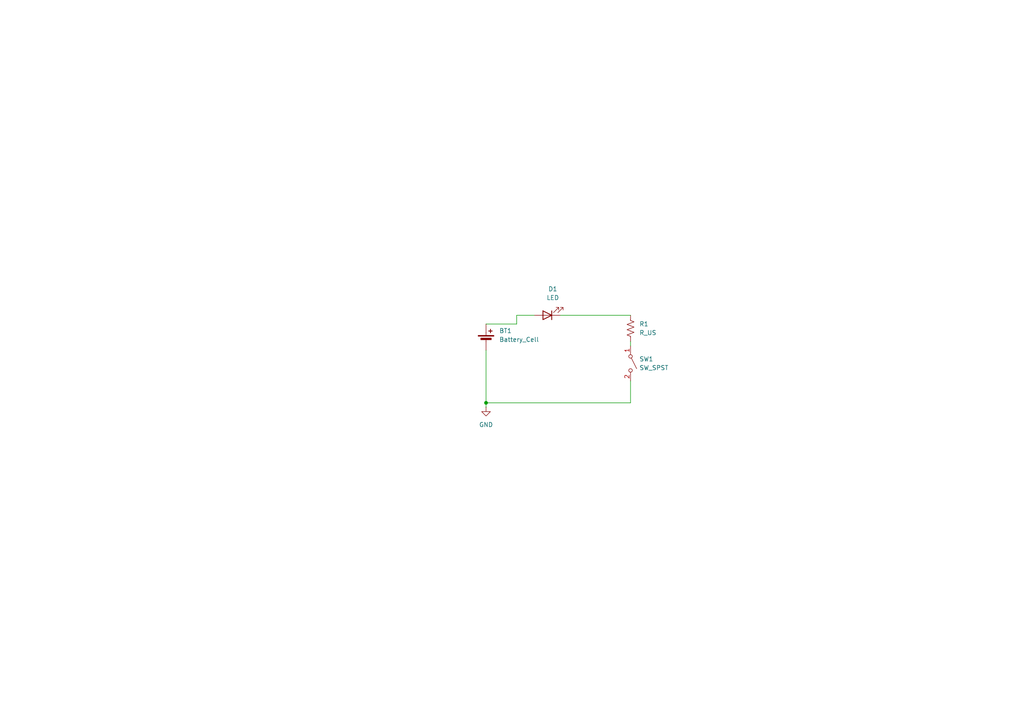
<source format=kicad_sch>
(kicad_sch (version 20231120) (generator "eeschema") (generator_version "8.0")
  (paper "A4")
  (lib_symbols
    (symbol "Device:Battery_Cell" (pin_numbers hide) (pin_names (offset 0) hide)
      (property "Reference" "BT" (at 2.54 2.54 0))
      (property "Value" "Battery_Cell" (at 2.54 0 0))
      (symbol "Battery_Cell_0_1"
        (rectangle (start -2.286 1.778) (end 2.286 1.524) (fill (type outline)))
        (rectangle (start -1.524 1.016) (end 1.524 0.508) (fill (type outline)))
        (polyline (pts (xy 0 0.762) (xy 0 0)))
        (polyline (pts (xy 0 1.778) (xy 0 2.54)))
        (polyline (pts (xy 0.762 3.048) (xy 1.778 3.048)) (stroke (width 0.254)))
        (polyline (pts (xy 1.27 3.556) (xy 1.27 2.54)) (stroke (width 0.254)))
      )
      (symbol "Battery_Cell_1_1"
        (pin passive line (at 0 5.08 270) (length 2.54) (name "+") (number "1"))
        (pin passive line (at 0 -2.54 90) (length 2.54) (name "-") (number "2"))
      )
    )
    (symbol "Device:LED" (pin_numbers hide) (pin_names (offset 1.016) hide)
      (property "Reference" "D" (at 0 2.54 0))
      (property "Value" "LED" (at 0 -2.54 0))
      (symbol "LED_0_1"
        (polyline (pts (xy -1.27 -1.27) (xy -1.27 1.27)) (stroke (width 0.254)))
        (polyline (pts (xy -1.27 0) (xy 1.27 0)))
        (polyline (pts (xy 1.27 -1.27) (xy 1.27 1.27) (xy -1.27 0) (xy 1.27 -1.27)) (stroke (width 0.254)))
        (polyline (pts (xy -3.048 -0.762) (xy -4.572 -2.286) (xy -3.81 -2.286) (xy -4.572 -2.286) (xy -4.572 -1.524)))
        (polyline (pts (xy -1.778 -0.762) (xy -3.302 -2.286) (xy -2.54 -2.286) (xy -3.302 -2.286) (xy -3.302 -1.524)))
      )
      (symbol "LED_1_1"
        (pin passive line (at -3.81 0 0) (length 2.54) (name "K") (number "1"))
        (pin passive line (at 3.81 0 180) (length 2.54) (name "A") (number "2"))
      )
    )
    (symbol "Device:R_US" (pin_numbers hide) (pin_names (offset 0))
      (property "Reference" "R" (at 2.54 0 90))
      (property "Value" "R_US" (at -2.54 0 90))
      (symbol "R_US_0_1"
        (polyline (pts (xy 0 -2.286) (xy 0 -2.54)))
        (polyline (pts (xy 0 2.286) (xy 0 2.54)))
        (polyline (pts (xy 0 -0.762) (xy 1.016 -1.143) (xy 0 -1.524) (xy -1.016 -1.905) (xy 0 -2.286)))
        (polyline (pts (xy 0 0.762) (xy 1.016 0.381) (xy 0 0) (xy -1.016 -0.381) (xy 0 -0.762)))
        (polyline (pts (xy 0 2.286) (xy 1.016 1.905) (xy 0 1.524) (xy -1.016 1.143) (xy 0 0.762)))
      )
      (symbol "R_US_1_1"
        (pin passive line (at 0 3.81 270) (length 1.27) (name "~") (number "1"))
        (pin passive line (at 0 -3.81 90) (length 1.27) (name "~") (number "2"))
      )
    )
    (symbol "Switch:SW_SPST" (pin_names (offset 0) hide)
      (property "Reference" "SW" (at 0 3.175 0))
      (property "Value" "SW_SPST" (at 0 -2.54 0))
      (symbol "SW_SPST_0_0"
        (circle (center -2.032 0) (radius 0.508))
        (polyline (pts (xy -1.524 0.254) (xy 1.524 1.778)))
        (circle (center 2.032 0) (radius 0.508))
      )
      (symbol "SW_SPST_1_1"
        (pin passive line (at -5.08 0 0) (length 2.54) (name "A") (number "1"))
        (pin passive line (at 5.08 0 180) (length 2.54) (name "B") (number "2"))
      )
    )
    (symbol "power:GND" (power) (pin_numbers hide) (pin_names (offset 0) hide)
      (property "Value" "GND" (at 0 -3.81 0))
      (symbol "GND_0_1"
        (polyline (pts (xy 0 0) (xy 0 -1.27) (xy 1.27 -1.27) (xy 0 -2.54) (xy -1.27 -1.27) (xy 0 -1.27)))
      )
      (symbol "GND_1_1"
        (pin power_in line (at 0 0 270) (length 0) (name "~") (number "1"))
      )
    )
  )
  (junction (at 140.97 116.84))
  (wire (pts (xy 149.86 93.98) (xy 149.86 91.44)))
  (wire (pts (xy 140.97 116.84) (xy 140.97 118.11)))
  (wire (pts (xy 149.86 91.44) (xy 154.94 91.44)))
  (wire (pts (xy 140.97 93.98) (xy 149.86 93.98)))
  (wire (pts (xy 182.88 110.49) (xy 182.88 116.84)))
  (wire (pts (xy 140.97 101.6) (xy 140.97 116.84)))
  (wire (pts (xy 182.88 99.06) (xy 182.88 100.33)))
  (wire (pts (xy 162.56 91.44) (xy 182.88 91.44)))
  (wire (pts (xy 140.97 116.84) (xy 182.88 116.84)))
  (symbol (lib_id "Device:LED") (at 158.75 91.44 180) (unit 1)
    (property "Reference" "D1" (at 160.3375 83.82 0))
    (property "Value" "LED" (at 160.3375 86.36 0))
    (property "Footprint" "LED_SMD:LED_2512_6332Metric" (effects (hide yes)))
    (property "Description" "Light emitting diode" (effects (hide yes)))
  )
  (symbol (lib_id "power:GND") (at 140.97 118.11 0) (unit 1)
    (property "Reference" "#PWR01" (effects (hide yes)))
    (property "Value" "GND" (at 140.97 123.19 0))
    (property "Description" "Power symbol creates a global label with name \"GND\" , ground" (effects (hide yes)))
  )
  (symbol (lib_id "Device:R_US") (at 182.88 95.25 0) (unit 1)
    (property "Reference" "R1" (at 185.42 93.9799 0) (effects (justify left)))
    (property "Value" "R_US" (at 185.42 96.5199 0) (effects (justify left)))
    (property "Footprint" "Resistor_SMD:R_2512_6332Metric" (effects (hide yes)))
    (property "Description" "Resistor, US symbol" (effects (hide yes)))
  )
  (symbol (lib_id "Device:Battery_Cell") (at 140.97 99.06 0) (unit 1)
    (property "Reference" "BT1" (at 144.78 95.9484 0) (effects (justify left)))
    (property "Value" "Battery_Cell" (at 144.78 98.4884 0) (effects (justify left)))
    (property "Footprint" "Battery:BatteryHolder_Keystone_103_1x20mm" (effects (hide yes)))
    (property "Description" "Single-cell battery" (effects (hide yes)))
  )
  (symbol (lib_id "Switch:SW_SPST") (at 182.88 105.41 270) (unit 1)
    (property "Reference" "SW1" (at 185.42 104.1399 90) (effects (justify left)))
    (property "Value" "SW_SPST" (at 185.42 106.6799 90) (effects (justify left)))
    (property "Footprint" "Button_Switch_THT:SW_PUSH_6mm" (effects (hide yes)))
    (property "Description" "Single Pole Single Throw (SPST) switch" (effects (hide yes)))
  )
)
</source>
